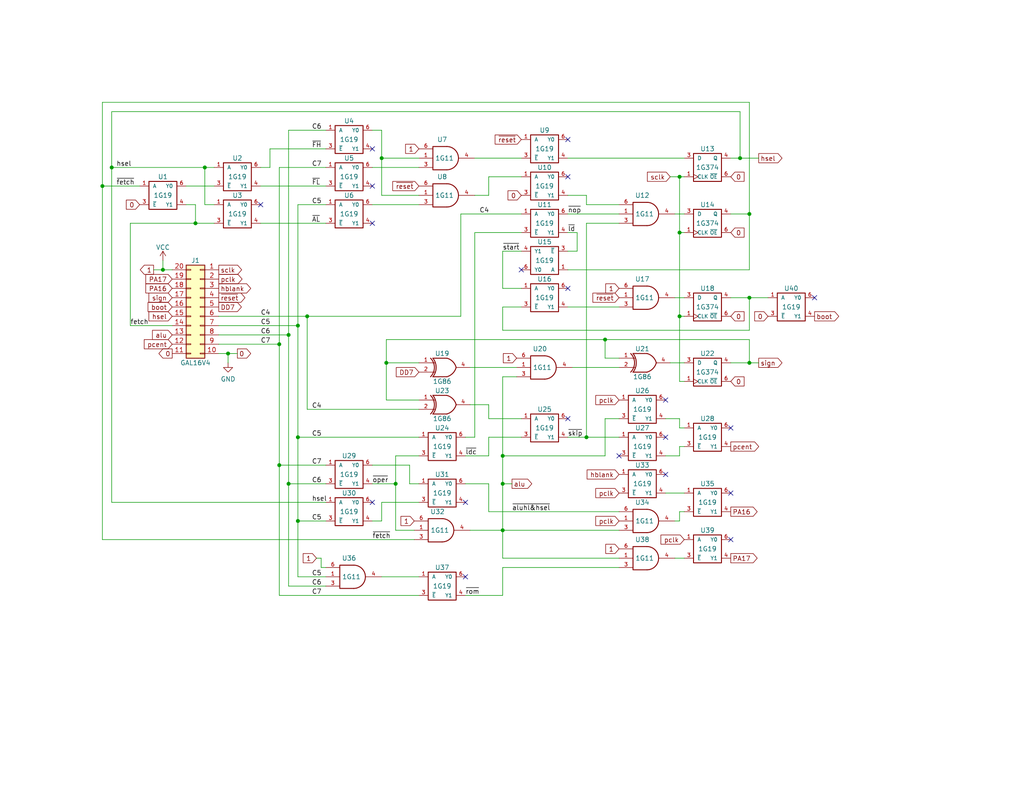
<source format=kicad_sch>
(kicad_sch (version 20211123) (generator eeschema)
  (paper "USLetter")
  (title_block (title "Novasaur Disintegrated PAL") (date "2023-02-12") (rev "0.1") (company "Solid State Machines LLC") (comment 1 "Copyright (c) 2023"))
  (lib_symbols
    (symbol "74xGxx:74AUC1G19" (pin_names (offset 1.016))
      (property "Reference" "U" (at -2.54 5.08 0))
      (property "Value" "74AUC1G19" (at 0 -5.08 0))
      (symbol "74AUC1G19_0_1"
        (rectangle (start -3.81 3.81) (end 3.81 -3.81) (stroke (width 0.254)))
      )
      (symbol "74AUC1G19_1_1"
        (pin input line (at -6.35 2.54 0) (length 2.54) (name "A") (number "1"))
        (pin power_in line (at 0 -3.81 270) (length 0) hide (name "GND") (number "2"))
        (pin input line (at -6.35 -2.54 0) (length 2.54) (name "~{E}") (number "3"))
        (pin output line (at 6.35 -2.54 180) (length 2.54) (name "Y1") (number "4"))
        (pin power_in line (at 0 3.81 90) (length 0) hide (name "VCC") (number "5"))
        (pin output line (at 6.35 2.54 180) (length 2.54) (name "Y0") (number "6"))
      )
    )
    (symbol "74xGxx:74LVC1G11" (pin_names (offset 1.016))
      (property "Reference" "U" (at -2.54 5.08 0))
      (property "Value" "74LVC1G11" (at 0 -5.08 0))
      (symbol "74LVC1G11_0_1"
        (arc (start 0 -3.175) (mid 3.175 0) (end 0 3.175) (stroke (width 0.254)))
        (polyline (pts (xy 0 -3.175) (xy -3.81 -3.175) (xy -3.81 3.175) (xy 0 3.175)) (stroke (width 0.254)))
      )
      (symbol "74LVC1G11_1_1"
        (pin input line (at -7.62 0 0) (length 3.81) (name "~") (number "1"))
        (pin power_in line (at 0 -3.175 270) (length 0) hide (name "GND") (number "2"))
        (pin input line (at -7.62 -2.54 0) (length 3.81) (name "~") (number "3"))
        (pin output line (at 7.62 0 180) (length 4.445) (name "~") (number "4"))
        (pin power_in line (at 0 3.175 90) (length 0) hide (name "VCC") (number "5"))
        (pin input line (at -7.62 2.54 0) (length 3.81) (name "~") (number "6"))
      )
    )
    (symbol "74xGxx:74LVC1G374" (pin_names (offset 1.016))
      (property "Reference" "U" (at -2.54 5.08 0))
      (property "Value" "74LVC1G374" (at 0 -5.08 0))
      (symbol "74LVC1G374_0_1"
        (rectangle (start -3.81 3.81) (end 3.81 -3.81) (stroke (width 0.254)))
      )
      (symbol "74LVC1G374_1_1"
        (pin input clock (at -6.35 -2.54 0) (length 2.54) (name "CLK") (number "1"))
        (pin power_in line (at 0 -3.81 270) (length 0) hide (name "GND") (number "2"))
        (pin input line (at -6.35 2.54 0) (length 2.54) (name "D") (number "3"))
        (pin tri_state line (at 6.35 2.54 180) (length 2.54) (name "Q") (number "4"))
        (pin power_in line (at 0 3.81 90) (length 0) hide (name "VCC") (number "5"))
        (pin input line (at 6.35 -2.54 180) (length 2.54) (name "~{OE}") (number "6"))
      )
    )
    (symbol "74xGxx:74LVC1G86" (pin_names (offset 1.016))
      (property "Reference" "U" (at -2.54 3.81 0))
      (property "Value" "74LVC1G86" (at 0 -3.81 0))
      (symbol "74LVC1G86_0_1"
        (arc (start -4.445 -2.54) (mid -3.3929 0) (end -4.445 2.54) (stroke (width 0.254)))
        (arc (start -3.81 -2.54) (mid -2.919 0) (end -3.81 2.54) (stroke (width 0.254)))
        (arc (start 0 -2.54) (mid 1.601 -1.601) (end 2.54 0) (stroke (width 0.254)))
        (polyline (pts (xy -3.81 -1.27) (xy -3.175 -1.27)))
        (polyline (pts (xy -3.81 1.27) (xy -3.175 1.27)))
        (polyline (pts (xy 0 -2.54) (xy -3.81 -2.54)) (stroke (width 0.254)) (fill (type background)))
        (polyline (pts (xy 0 2.54) (xy -3.81 2.54)) (stroke (width 0.254)) (fill (type background)))
        (arc (start 2.54 0) (mid 1.6136 1.6136) (end 0 2.54) (stroke (width 0.254)))
      )
      (symbol "74LVC1G86_1_1"
        (pin input line (at -7.62 1.27 0) (length 3.81) (name "~") (number "1"))
        (pin input line (at -7.62 -1.27 0) (length 3.81) (name "~") (number "2"))
        (pin power_in line (at 0 -2.54 270) (length 0) hide (name "GND") (number "3"))
        (pin output line (at 6.35 0 180) (length 3.81) (name "~") (number "4"))
        (pin power_in line (at 0 2.54 90) (length 0) hide (name "VCC") (number "5"))
      )
    )
    (symbol "Connector_Generic:Conn_02x10_Counter_Clockwise" (pin_names (offset 1.016) hide)
      (property "Reference" "J" (at 1.27 12.7 0))
      (property "Value" "Conn_02x10_Counter_Clockwise" (at 1.27 -15.24 0))
      (symbol "Conn_02x10_Counter_Clockwise_1_1"
        (rectangle (start -1.27 -12.573) (end 0 -12.827) (stroke (width 0.1524)))
        (rectangle (start -1.27 -10.033) (end 0 -10.287) (stroke (width 0.1524)))
        (rectangle (start -1.27 -7.493) (end 0 -7.747) (stroke (width 0.1524)))
        (rectangle (start -1.27 -4.953) (end 0 -5.207) (stroke (width 0.1524)))
        (rectangle (start -1.27 -2.413) (end 0 -2.667) (stroke (width 0.1524)))
        (rectangle (start -1.27 0.127) (end 0 -0.127) (stroke (width 0.1524)))
        (rectangle (start -1.27 2.667) (end 0 2.413) (stroke (width 0.1524)))
        (rectangle (start -1.27 5.207) (end 0 4.953) (stroke (width 0.1524)))
        (rectangle (start -1.27 7.747) (end 0 7.493) (stroke (width 0.1524)))
        (rectangle (start -1.27 10.287) (end 0 10.033) (stroke (width 0.1524)))
        (rectangle (start -1.27 11.43) (end 3.81 -13.97) (stroke (width 0.254)) (fill (type background)))
        (rectangle (start 3.81 -12.573) (end 2.54 -12.827) (stroke (width 0.1524)))
        (rectangle (start 3.81 -10.033) (end 2.54 -10.287) (stroke (width 0.1524)))
        (rectangle (start 3.81 -7.493) (end 2.54 -7.747) (stroke (width 0.1524)))
        (rectangle (start 3.81 -4.953) (end 2.54 -5.207) (stroke (width 0.1524)))
        (rectangle (start 3.81 -2.413) (end 2.54 -2.667) (stroke (width 0.1524)))
        (rectangle (start 3.81 0.127) (end 2.54 -0.127) (stroke (width 0.1524)))
        (rectangle (start 3.81 2.667) (end 2.54 2.413) (stroke (width 0.1524)))
        (rectangle (start 3.81 5.207) (end 2.54 4.953) (stroke (width 0.1524)))
        (rectangle (start 3.81 7.747) (end 2.54 7.493) (stroke (width 0.1524)))
        (rectangle (start 3.81 10.287) (end 2.54 10.033) (stroke (width 0.1524)))
        (pin passive line (at -5.08 10.16 0) (length 3.81) (name "Pin_1") (number "1"))
        (pin passive line (at -5.08 -12.7 0) (length 3.81) (name "Pin_10") (number "10"))
        (pin passive line (at 7.62 -12.7 180) (length 3.81) (name "Pin_11") (number "11"))
        (pin passive line (at 7.62 -10.16 180) (length 3.81) (name "Pin_12") (number "12"))
        (pin passive line (at 7.62 -7.62 180) (length 3.81) (name "Pin_13") (number "13"))
        (pin passive line (at 7.62 -5.08 180) (length 3.81) (name "Pin_14") (number "14"))
        (pin passive line (at 7.62 -2.54 180) (length 3.81) (name "Pin_15") (number "15"))
        (pin passive line (at 7.62 0 180) (length 3.81) (name "Pin_16") (number "16"))
        (pin passive line (at 7.62 2.54 180) (length 3.81) (name "Pin_17") (number "17"))
        (pin passive line (at 7.62 5.08 180) (length 3.81) (name "Pin_18") (number "18"))
        (pin passive line (at 7.62 7.62 180) (length 3.81) (name "Pin_19") (number "19"))
        (pin passive line (at -5.08 7.62 0) (length 3.81) (name "Pin_2") (number "2"))
        (pin passive line (at 7.62 10.16 180) (length 3.81) (name "Pin_20") (number "20"))
        (pin passive line (at -5.08 5.08 0) (length 3.81) (name "Pin_3") (number "3"))
        (pin passive line (at -5.08 2.54 0) (length 3.81) (name "Pin_4") (number "4"))
        (pin passive line (at -5.08 0 0) (length 3.81) (name "Pin_5") (number "5"))
        (pin passive line (at -5.08 -2.54 0) (length 3.81) (name "Pin_6") (number "6"))
        (pin passive line (at -5.08 -5.08 0) (length 3.81) (name "Pin_7") (number "7"))
        (pin passive line (at -5.08 -7.62 0) (length 3.81) (name "Pin_8") (number "8"))
        (pin passive line (at -5.08 -10.16 0) (length 3.81) (name "Pin_9") (number "9"))
      )
    )
    (symbol "power:GND" (power) (pin_names (offset 0))
      (property "Value" "GND" (at 0 -3.81 0))
      (symbol "GND_0_1"
        (polyline (pts (xy 0 0) (xy 0 -1.27) (xy 1.27 -1.27) (xy 0 -2.54) (xy -1.27 -1.27) (xy 0 -1.27)))
      )
      (symbol "GND_1_1"
        (pin power_in line (at 0 0 270) (length 0) hide (name "GND") (number "1"))
      )
    )
    (symbol "power:VCC" (power) (pin_names (offset 0))
      (property "Value" "VCC" (at 0 3.81 0))
      (symbol "VCC_0_1"
        (polyline (pts (xy -0.762 1.27) (xy 0 2.54)))
        (polyline (pts (xy 0 0) (xy 0 2.54)))
        (polyline (pts (xy 0 2.54) (xy 0.762 1.27)))
      )
      (symbol "VCC_1_1"
        (pin power_in line (at 0 0 90) (length 0) hide (name "VCC") (number "1"))
      )
    )
  )
  (junction (at 201.93 43.18))
  (junction (at 204.47 58.42))
  (junction (at 81.28 88.9))
  (junction (at 76.2 93.98))
  (junction (at 137.16 144.78))
  (junction (at 137.16 132.08))
  (junction (at 81.28 119.38))
  (junction (at 81.28 142.24))
  (junction (at 107.95 132.08))
  (junction (at 160.02 119.38))
  (junction (at 44.45 73.66))
  (junction (at 76.2 127))
  (junction (at 185.42 63.5))
  (junction (at 78.74 132.08))
  (junction (at 62.23 96.52))
  (junction (at 104.14 43.18))
  (junction (at 204.47 81.28))
  (junction (at 27.94 50.8))
  (junction (at 204.47 99.06))
  (junction (at 185.42 86.36))
  (junction (at 165.1 92.71))
  (junction (at 83.82 86.36))
  (junction (at 185.42 48.26))
  (junction (at 30.48 45.72))
  (junction (at 137.16 124.46))
  (junction (at 105.41 99.06))
  (junction (at 53.34 60.96))
  (junction (at 78.74 91.44))
  (junction (at 55.88 45.72))
  (no_connect (at 181.61 109.22))
  (no_connect (at 154.94 38.1))
  (no_connect (at 154.94 48.26))
  (no_connect (at 127 157.48))
  (no_connect (at 168.91 124.46))
  (no_connect (at 154.94 114.3))
  (no_connect (at 199.39 116.84))
  (no_connect (at 101.6 40.64))
  (no_connect (at 127 137.16))
  (no_connect (at 181.61 129.54))
  (no_connect (at 199.39 134.62))
  (no_connect (at 199.39 147.32))
  (no_connect (at 101.6 50.8))
  (no_connect (at 222.25 81.28))
  (no_connect (at 71.12 55.88))
  (no_connect (at 101.6 60.96))
  (no_connect (at 101.6 137.16))
  (no_connect (at 181.61 119.38))
  (no_connect (at 142.24 73.66))
  (no_connect (at 154.94 78.74))
  (wire (pts (xy 160.02 53.34) (xy 160.02 55.88)))
  (wire (pts (xy 87.63 154.94) (xy 88.9 154.94)))
  (wire (pts (xy 154.94 43.18) (xy 186.69 43.18)))
  (wire (pts (xy 185.42 86.36) (xy 185.42 104.14)))
  (wire (pts (xy 76.2 127) (xy 88.9 127)))
  (wire (pts (xy 137.16 154.94) (xy 137.16 162.56)))
  (wire (pts (xy 185.42 121.92) (xy 185.42 124.46)))
  (wire (pts (xy 185.42 121.92) (xy 186.69 121.92)))
  (wire (pts (xy 111.76 127) (xy 111.76 132.08)))
  (wire (pts (xy 168.91 119.38) (xy 160.02 119.38)))
  (wire (pts (xy 101.6 142.24) (xy 104.14 142.24)))
  (wire (pts (xy 165.1 92.71) (xy 165.1 97.79)))
  (wire (pts (xy 81.28 157.48) (xy 88.9 157.48)))
  (wire (pts (xy 185.42 104.14) (xy 186.69 104.14)))
  (wire (pts (xy 182.88 99.06) (xy 186.69 99.06)))
  (wire (pts (xy 127 124.46) (xy 133.35 124.46)))
  (wire (pts (xy 30.48 30.48) (xy 201.93 30.48)))
  (wire (pts (xy 160.02 55.88) (xy 168.91 55.88)))
  (wire (pts (xy 160.02 60.96) (xy 160.02 119.38)))
  (wire (pts (xy 71.12 50.8) (xy 88.9 50.8)))
  (wire (pts (xy 154.94 68.58) (xy 157.48 68.58)))
  (wire (pts (xy 81.28 142.24) (xy 88.9 142.24)))
  (wire (pts (xy 129.54 63.5) (xy 142.24 63.5)))
  (wire (pts (xy 165.1 124.46) (xy 137.16 124.46)))
  (wire (pts (xy 59.69 86.36) (xy 83.82 86.36)))
  (wire (pts (xy 104.14 53.34) (xy 114.3 53.34)))
  (wire (pts (xy 62.23 96.52) (xy 62.23 99.06)))
  (wire (pts (xy 105.41 99.06) (xy 114.3 99.06)))
  (wire (pts (xy 137.16 152.4) (xy 168.91 152.4)))
  (wire (pts (xy 165.1 114.3) (xy 165.1 124.46)))
  (wire (pts (xy 44.45 71.12) (xy 44.45 73.66)))
  (wire (pts (xy 127 119.38) (xy 129.54 119.38)))
  (wire (pts (xy 76.2 127) (xy 76.2 162.56)))
  (wire (pts (xy 30.48 45.72) (xy 30.48 137.16)))
  (wire (pts (xy 81.28 55.88) (xy 88.9 55.88)))
  (wire (pts (xy 133.35 110.49) (xy 133.35 114.3)))
  (wire (pts (xy 27.94 27.94) (xy 27.94 50.8)))
  (wire (pts (xy 156.21 100.33) (xy 168.91 100.33)))
  (wire (pts (xy 201.93 43.18) (xy 207.01 43.18)))
  (wire (pts (xy 46.99 88.9) (xy 35.56 88.9)))
  (wire (pts (xy 55.88 45.72) (xy 58.42 45.72)))
  (wire (pts (xy 128.27 100.33) (xy 140.97 100.33)))
  (wire (pts (xy 185.42 86.36) (xy 186.69 86.36)))
  (wire (pts (xy 78.74 132.08) (xy 78.74 91.44)))
  (wire (pts (xy 185.42 139.7) (xy 185.42 142.24)))
  (wire (pts (xy 137.16 102.87) (xy 137.16 124.46)))
  (wire (pts (xy 30.48 45.72) (xy 55.88 45.72)))
  (wire (pts (xy 62.23 96.52) (xy 64.77 96.52)))
  (wire (pts (xy 76.2 45.72) (xy 88.9 45.72)))
  (wire (pts (xy 185.42 63.5) (xy 186.69 63.5)))
  (wire (pts (xy 185.42 124.46) (xy 181.61 124.46)))
  (wire (pts (xy 201.93 30.48) (xy 201.93 43.18)))
  (wire (pts (xy 157.48 68.58) (xy 157.48 63.5)))
  (wire (pts (xy 86.36 152.4) (xy 87.63 152.4)))
  (wire (pts (xy 114.3 132.08) (xy 111.76 132.08)))
  (wire (pts (xy 58.42 55.88) (xy 55.88 55.88)))
  (wire (pts (xy 105.41 99.06) (xy 105.41 92.71)))
  (wire (pts (xy 125.73 58.42) (xy 142.24 58.42)))
  (wire (pts (xy 30.48 137.16) (xy 88.9 137.16)))
  (wire (pts (xy 59.69 91.44) (xy 78.74 91.44)))
  (wire (pts (xy 107.95 132.08) (xy 107.95 124.46)))
  (wire (pts (xy 101.6 55.88) (xy 114.3 55.88)))
  (wire (pts (xy 133.35 139.7) (xy 168.91 139.7)))
  (wire (pts (xy 165.1 97.79) (xy 168.91 97.79)))
  (wire (pts (xy 81.28 55.88) (xy 81.28 88.9)))
  (wire (pts (xy 107.95 124.46) (xy 114.3 124.46)))
  (wire (pts (xy 168.91 114.3) (xy 165.1 114.3)))
  (wire (pts (xy 204.47 81.28) (xy 209.55 81.28)))
  (wire (pts (xy 129.54 43.18) (xy 142.24 43.18)))
  (wire (pts (xy 55.88 45.72) (xy 55.88 55.88)))
  (wire (pts (xy 154.94 53.34) (xy 160.02 53.34)))
  (wire (pts (xy 35.56 88.9) (xy 35.56 60.96)))
  (wire (pts (xy 107.95 144.78) (xy 107.95 132.08)))
  (wire (pts (xy 137.16 132.08) (xy 139.7 132.08)))
  (wire (pts (xy 133.35 132.08) (xy 133.35 139.7)))
  (wire (pts (xy 204.47 99.06) (xy 204.47 92.71)))
  (wire (pts (xy 53.34 55.88) (xy 53.34 60.96)))
  (wire (pts (xy 101.6 35.56) (xy 104.14 35.56)))
  (wire (pts (xy 199.39 58.42) (xy 204.47 58.42)))
  (wire (pts (xy 41.91 73.66) (xy 44.45 73.66)))
  (wire (pts (xy 129.54 53.34) (xy 133.35 53.34)))
  (wire (pts (xy 165.1 92.71) (xy 204.47 92.71)))
  (wire (pts (xy 204.47 27.94) (xy 204.47 58.42)))
  (wire (pts (xy 53.34 60.96) (xy 58.42 60.96)))
  (wire (pts (xy 27.94 50.8) (xy 27.94 147.32)))
  (wire (pts (xy 137.16 90.17) (xy 204.47 90.17)))
  (wire (pts (xy 142.24 119.38) (xy 133.35 119.38)))
  (wire (pts (xy 81.28 119.38) (xy 114.3 119.38)))
  (wire (pts (xy 184.15 152.4) (xy 186.69 152.4)))
  (wire (pts (xy 137.16 132.08) (xy 137.16 144.78)))
  (wire (pts (xy 137.16 144.78) (xy 168.91 144.78)))
  (wire (pts (xy 27.94 147.32) (xy 113.03 147.32)))
  (wire (pts (xy 181.61 114.3) (xy 185.42 114.3)))
  (wire (pts (xy 199.39 81.28) (xy 204.47 81.28)))
  (wire (pts (xy 137.16 83.82) (xy 137.16 90.17)))
  (wire (pts (xy 133.35 48.26) (xy 142.24 48.26)))
  (wire (pts (xy 154.94 83.82) (xy 168.91 83.82)))
  (wire (pts (xy 81.28 88.9) (xy 81.28 119.38)))
  (wire (pts (xy 204.47 81.28) (xy 204.47 90.17)))
  (wire (pts (xy 186.69 139.7) (xy 185.42 139.7)))
  (wire (pts (xy 27.94 27.94) (xy 204.47 27.94)))
  (wire (pts (xy 133.35 119.38) (xy 133.35 124.46)))
  (wire (pts (xy 199.39 99.06) (xy 204.47 99.06)))
  (wire (pts (xy 185.42 116.84) (xy 185.42 114.3)))
  (wire (pts (xy 154.94 73.66) (xy 204.47 73.66)))
  (wire (pts (xy 81.28 119.38) (xy 81.28 142.24)))
  (wire (pts (xy 78.74 160.02) (xy 88.9 160.02)))
  (wire (pts (xy 184.15 81.28) (xy 186.69 81.28)))
  (wire (pts (xy 71.12 45.72) (xy 73.66 45.72)))
  (wire (pts (xy 186.69 116.84) (xy 185.42 116.84)))
  (wire (pts (xy 104.14 43.18) (xy 104.14 53.34)))
  (wire (pts (xy 185.42 63.5) (xy 185.42 86.36)))
  (wire (pts (xy 76.2 45.72) (xy 76.2 93.98)))
  (wire (pts (xy 137.16 102.87) (xy 140.97 102.87)))
  (wire (pts (xy 128.27 110.49) (xy 133.35 110.49)))
  (wire (pts (xy 160.02 60.96) (xy 168.91 60.96)))
  (wire (pts (xy 133.35 53.34) (xy 133.35 48.26)))
  (wire (pts (xy 184.15 58.42) (xy 186.69 58.42)))
  (wire (pts (xy 81.28 142.24) (xy 81.28 157.48)))
  (wire (pts (xy 157.48 63.5) (xy 154.94 63.5)))
  (wire (pts (xy 78.74 35.56) (xy 78.74 91.44)))
  (wire (pts (xy 137.16 144.78) (xy 137.16 152.4)))
  (wire (pts (xy 59.69 93.98) (xy 76.2 93.98)))
  (wire (pts (xy 27.94 50.8) (xy 38.1 50.8)))
  (wire (pts (xy 127 162.56) (xy 137.16 162.56)))
  (wire (pts (xy 137.16 83.82) (xy 142.24 83.82)))
  (wire (pts (xy 142.24 78.74) (xy 137.16 78.74)))
  (wire (pts (xy 154.94 119.38) (xy 160.02 119.38)))
  (wire (pts (xy 104.14 157.48) (xy 114.3 157.48)))
  (wire (pts (xy 128.27 144.78) (xy 137.16 144.78)))
  (wire (pts (xy 105.41 92.71) (xy 165.1 92.71)))
  (wire (pts (xy 44.45 73.66) (xy 46.99 73.66)))
  (wire (pts (xy 59.69 96.52) (xy 62.23 96.52)))
  (wire (pts (xy 204.47 58.42) (xy 204.47 73.66)))
  (wire (pts (xy 104.14 43.18) (xy 114.3 43.18)))
  (wire (pts (xy 185.42 48.26) (xy 185.42 63.5)))
  (wire (pts (xy 76.2 93.98) (xy 76.2 127)))
  (wire (pts (xy 78.74 132.08) (xy 78.74 160.02)))
  (wire (pts (xy 87.63 152.4) (xy 87.63 154.94)))
  (wire (pts (xy 184.15 142.24) (xy 185.42 142.24)))
  (wire (pts (xy 76.2 162.56) (xy 114.3 162.56)))
  (wire (pts (xy 133.35 114.3) (xy 142.24 114.3)))
  (wire (pts (xy 125.73 58.42) (xy 125.73 86.36)))
  (wire (pts (xy 83.82 86.36) (xy 83.82 111.76)))
  (wire (pts (xy 154.94 58.42) (xy 168.91 58.42)))
  (wire (pts (xy 107.95 144.78) (xy 113.03 144.78)))
  (wire (pts (xy 78.74 35.56) (xy 88.9 35.56)))
  (wire (pts (xy 101.6 132.08) (xy 107.95 132.08)))
  (wire (pts (xy 182.88 48.26) (xy 185.42 48.26)))
  (wire (pts (xy 78.74 132.08) (xy 88.9 132.08)))
  (wire (pts (xy 50.8 50.8) (xy 58.42 50.8)))
  (wire (pts (xy 129.54 63.5) (xy 129.54 119.38)))
  (wire (pts (xy 181.61 134.62) (xy 186.69 134.62)))
  (wire (pts (xy 101.6 127) (xy 111.76 127)))
  (wire (pts (xy 137.16 154.94) (xy 168.91 154.94)))
  (wire (pts (xy 137.16 78.74) (xy 137.16 68.58)))
  (wire (pts (xy 125.73 86.36) (xy 83.82 86.36)))
  (wire (pts (xy 71.12 60.96) (xy 88.9 60.96)))
  (wire (pts (xy 104.14 137.16) (xy 114.3 137.16)))
  (wire (pts (xy 199.39 43.18) (xy 201.93 43.18)))
  (wire (pts (xy 105.41 99.06) (xy 105.41 109.22)))
  (wire (pts (xy 73.66 40.64) (xy 73.66 45.72)))
  (wire (pts (xy 35.56 60.96) (xy 53.34 60.96)))
  (wire (pts (xy 204.47 99.06) (xy 207.01 99.06)))
  (wire (pts (xy 59.69 88.9) (xy 81.28 88.9)))
  (wire (pts (xy 104.14 35.56) (xy 104.14 43.18)))
  (wire (pts (xy 185.42 48.26) (xy 186.69 48.26)))
  (wire (pts (xy 137.16 68.58) (xy 142.24 68.58)))
  (wire (pts (xy 101.6 45.72) (xy 114.3 45.72)))
  (wire (pts (xy 127 132.08) (xy 133.35 132.08)))
  (wire (pts (xy 104.14 137.16) (xy 104.14 142.24)))
  (wire (pts (xy 50.8 55.88) (xy 53.34 55.88)))
  (wire (pts (xy 30.48 30.48) (xy 30.48 45.72)))
  (wire (pts (xy 73.66 40.64) (xy 88.9 40.64)))
  (wire (pts (xy 137.16 124.46) (xy 137.16 132.08)))
  (wire (pts (xy 114.3 109.22) (xy 105.41 109.22)))
  (wire (pts (xy 114.3 111.76) (xy 83.82 111.76)))
  (label "~{oper}" (at 101.6 132.08 0))
  (label "~{rom}" (at 127 162.56 0))
  (label "C7" (at 71.12 93.98 0))
  (label "~{nop}" (at 154.94 58.42 0))
  (label "C5" (at 85.09 157.48 0))
  (label "~{start}" (at 137.16 68.58 0))
  (label "fetch" (at 35.56 88.9 0))
  (label "C4" (at 85.09 111.76 0))
  (label "~{aluhl&hsel}" (at 139.7 139.7 0))
  (label "C5" (at 85.09 119.38 0))
  (label "C5" (at 85.09 55.88 0))
  (label "C7" (at 85.09 127 0))
  (label "~{FH}" (at 85.09 40.64 0))
  (label "~{FL}" (at 85.09 50.8 0))
  (label "C6" (at 85.09 35.56 0))
  (label "~{skip}" (at 154.94 119.38 0))
  (label "C6" (at 71.12 91.44 0))
  (label "~{ld}" (at 154.94 63.5 0))
  (label "C6" (at 85.09 132.08 0))
  (label "hsel" (at 85.09 137.16 0))
  (label "hsel" (at 31.75 45.72 0))
  (label "~{fetch}" (at 31.75 50.8 0))
  (label "~{fetch}" (at 101.6 147.32 0))
  (label "C4" (at 130.81 58.42 0))
  (label "C5" (at 85.09 142.24 0))
  (label "~{AL}" (at 85.09 60.96 0))
  (label "C7" (at 85.09 45.72 0))
  (label "C6" (at 85.09 160.02 0))
  (label "~{ldc}" (at 127 124.46 0))
  (label "C4" (at 71.12 86.36 0))
  (label "C7" (at 85.09 162.56 0))
  (label "C5" (at 71.12 88.9 0))
  (global_label "DD7" (shape output) (at 59.69 83.82 0) (property "Intersheet References" "${INTERSHEET_REFS}" (effects hide)))
  (global_label "alu" (shape output) (at 139.7 132.08 0) (property "Intersheet References" "${INTERSHEET_REFS}" (effects hide)))
  (global_label "0" (shape input) (at 199.39 104.14 0) (property "Intersheet References" "${INTERSHEET_REFS}" (effects hide)))
  (global_label "sign" (shape output) (at 207.01 99.06 0) (property "Intersheet References" "${INTERSHEET_REFS}" (effects hide)))
  (global_label "0" (shape input) (at 199.39 63.5 0) (property "Intersheet References" "${INTERSHEET_REFS}" (effects hide)))
  (global_label "hblank" (shape output) (at 59.69 78.74 0) (property "Intersheet References" "${INTERSHEET_REFS}" (effects hide)))
  (global_label "~{reset}" (shape input) (at 114.3 50.8 180) (property "Intersheet References" "${INTERSHEET_REFS}" (effects hide)))
  (global_label "~{reset}" (shape input) (at 168.91 81.28 180) (property "Intersheet References" "${INTERSHEET_REFS}" (effects hide)))
  (global_label "hsel" (shape output) (at 207.01 43.18 0) (property "Intersheet References" "${INTERSHEET_REFS}" (effects hide)))
  (global_label "1" (shape output) (at 41.91 73.66 180) (property "Intersheet References" "${INTERSHEET_REFS}" (effects hide)))
  (global_label "1" (shape input) (at 168.91 149.86 180) (property "Intersheet References" "${INTERSHEET_REFS}" (effects hide)))
  (global_label "PA17" (shape output) (at 199.39 152.4 0) (property "Intersheet References" "${INTERSHEET_REFS}" (effects hide)))
  (global_label "sign" (shape input) (at 46.99 81.28 180) (property "Intersheet References" "${INTERSHEET_REFS}" (effects hide)))
  (global_label "~{reset}" (shape input) (at 142.24 38.1 180) (property "Intersheet References" "${INTERSHEET_REFS}" (effects hide)))
  (global_label "pcent" (shape input) (at 46.99 93.98 180) (property "Intersheet References" "${INTERSHEET_REFS}" (effects hide)))
  (global_label "0" (shape input) (at 38.1 55.88 180) (property "Intersheet References" "${INTERSHEET_REFS}" (effects hide)))
  (global_label "0" (shape input) (at 199.39 86.36 0) (property "Intersheet References" "${INTERSHEET_REFS}" (effects hide)))
  (global_label "1" (shape input) (at 113.03 142.24 180) (property "Intersheet References" "${INTERSHEET_REFS}" (effects hide)))
  (global_label "sclk" (shape input) (at 182.88 48.26 180) (property "Intersheet References" "${INTERSHEET_REFS}" (effects hide)))
  (global_label "pclk" (shape input) (at 168.91 142.24 180) (property "Intersheet References" "${INTERSHEET_REFS}" (effects hide)))
  (global_label "1" (shape input) (at 86.36 152.4 180) (property "Intersheet References" "${INTERSHEET_REFS}" (effects hide)))
  (global_label "1" (shape input) (at 168.91 78.74 180) (property "Intersheet References" "${INTERSHEET_REFS}" (effects hide)))
  (global_label "hblank" (shape input) (at 168.91 129.54 180) (property "Intersheet References" "${INTERSHEET_REFS}" (effects hide)))
  (global_label "0" (shape input) (at 209.55 86.36 180) (property "Intersheet References" "${INTERSHEET_REFS}" (effects hide)))
  (global_label "hsel" (shape input) (at 46.99 86.36 180) (property "Intersheet References" "${INTERSHEET_REFS}" (effects hide)))
  (global_label "0" (shape output) (at 46.99 96.52 180) (property "Intersheet References" "${INTERSHEET_REFS}" (effects hide)))
  (global_label "~{reset}" (shape output) (at 59.69 81.28 0) (property "Intersheet References" "${INTERSHEET_REFS}" (effects hide)))
  (global_label "PA16" (shape output) (at 199.39 139.7 0) (property "Intersheet References" "${INTERSHEET_REFS}" (effects hide)))
  (global_label "alu" (shape input) (at 46.99 91.44 180) (property "Intersheet References" "${INTERSHEET_REFS}" (effects hide)))
  (global_label "1" (shape input) (at 140.97 97.79 180) (property "Intersheet References" "${INTERSHEET_REFS}" (effects hide)))
  (global_label "sclk" (shape output) (at 59.69 73.66 0) (property "Intersheet References" "${INTERSHEET_REFS}" (effects hide)))
  (global_label "PA17" (shape input) (at 46.99 76.2 180) (property "Intersheet References" "${INTERSHEET_REFS}" (effects hide)))
  (global_label "pclk" (shape input) (at 168.91 134.62 180) (property "Intersheet References" "${INTERSHEET_REFS}" (effects hide)))
  (global_label "PA16" (shape input) (at 46.99 78.74 180) (property "Intersheet References" "${INTERSHEET_REFS}" (effects hide)))
  (global_label "DD7" (shape input) (at 114.3 101.6 180) (property "Intersheet References" "${INTERSHEET_REFS}" (effects hide)))
  (global_label "1" (shape input) (at 114.3 40.64 180) (property "Intersheet References" "${INTERSHEET_REFS}" (effects hide)))
  (global_label "0" (shape output) (at 64.77 96.52 0) (property "Intersheet References" "${INTERSHEET_REFS}" (effects hide)))
  (global_label "pclk" (shape input) (at 186.69 147.32 180) (property "Intersheet References" "${INTERSHEET_REFS}" (effects hide)))
  (global_label "pcent" (shape output) (at 199.39 121.92 0) (property "Intersheet References" "${INTERSHEET_REFS}" (effects hide)))
  (global_label "0" (shape input) (at 199.39 48.26 0) (property "Intersheet References" "${INTERSHEET_REFS}" (effects hide)))
  (global_label "pclk" (shape input) (at 168.91 109.22 180) (property "Intersheet References" "${INTERSHEET_REFS}" (effects hide)))
  (global_label "boot" (shape output) (at 222.25 86.36 0) (property "Intersheet References" "${INTERSHEET_REFS}" (effects hide)))
  (global_label "0" (shape input) (at 142.24 53.34 180) (property "Intersheet References" "${INTERSHEET_REFS}" (effects hide)))
  (global_label "boot" (shape input) (at 46.99 83.82 180) (property "Intersheet References" "${INTERSHEET_REFS}" (effects hide)))
  (global_label "pclk" (shape output) (at 59.69 76.2 0) (property "Intersheet References" "${INTERSHEET_REFS}" (effects hide)))
  (symbol (lib_id "Connector_Generic:Conn_02x10_Counter_Clockwise") (at 54.61 83.82 0) (mirror y) (unit 1)
    (property "Reference" "J1" (at 53.34 71.12 0))
    (property "Value" "GAL16V4" (at 53.34 99.06 0))
    (property "Footprint" "Package_DIP:DIP-20_W7.62mm_Socket_LongPads" (effects hide))
  )
  (symbol (lib_id "74xGxx:74AUC1G19") (at 193.04 119.38 0) (unit 1)
    (property "Reference" "U28" (at 193.04 114.3 0))
    (property "Value" "1G19" (at 193.04 119.38 0))
    (property "Footprint" "Package_TO_SOT_SMD:SOT-363_SC-70-6" (effects hide))
    (property "Datasheet" "http://www.ti.com/lit/sg/scyt129e/scyt129e.pdf" (effects hide))
  )
  (symbol (lib_id "74xGxx:74AUC1G19") (at 148.59 40.64 0) (unit 1)
    (property "Reference" "U9" (at 148.59 35.56 0))
    (property "Value" "1G19" (at 148.59 40.64 0))
    (property "Footprint" "Package_TO_SOT_SMD:SOT-363_SC-70-6" (effects hide))
    (property "Datasheet" "http://www.ti.com/lit/sg/scyt129e/scyt129e.pdf" (effects hide))
  )
  (symbol (lib_id "74xGxx:74LVC1G11") (at 148.59 100.33 0) (unit 1)
    (property "Reference" "U20" (at 147.32 95.25 0))
    (property "Value" "1G11" (at 147.955 100.33 0))
    (property "Footprint" "Package_TO_SOT_SMD:SOT-363_SC-70-6" (effects hide))
    (property "Datasheet" "http://www.ti.com/lit/sg/scyt129e/scyt129e.pdf" (effects hide))
  )
  (symbol (lib_id "74xGxx:74AUC1G19") (at 64.77 48.26 0) (unit 1)
    (property "Reference" "U2" (at 64.77 43.18 0))
    (property "Value" "1G19" (at 64.77 48.26 0))
    (property "Footprint" "Package_TO_SOT_SMD:SOT-363_SC-70-6" (effects hide))
    (property "Datasheet" "http://www.ti.com/lit/sg/scyt129e/scyt129e.pdf" (effects hide))
  )
  (symbol (lib_id "74xGxx:74LVC1G86") (at 121.92 110.49 0) (unit 1)
    (property "Reference" "U23" (at 120.65 106.68 0))
    (property "Value" "1G86" (at 120.65 114.3 0))
    (property "Footprint" "Package_TO_SOT_SMD:SOT-353_SC-70-5" (effects hide))
    (property "Datasheet" "http://www.ti.com/lit/sg/scyt129e/scyt129e.pdf" (effects hide))
  )
  (symbol (lib_id "74xGxx:74LVC1G11") (at 176.53 81.28 0) (unit 1)
    (property "Reference" "U17" (at 175.26 76.2 0))
    (property "Value" "1G11" (at 175.895 81.28 0))
    (property "Footprint" "Package_TO_SOT_SMD:SOT-363_SC-70-6" (effects hide))
    (property "Datasheet" "http://www.ti.com/lit/sg/scyt129e/scyt129e.pdf" (effects hide))
  )
  (symbol (lib_id "74xGxx:74LVC1G374") (at 193.04 101.6 0) (unit 1)
    (property "Reference" "U22" (at 193.04 96.52 0))
    (property "Value" "1G374" (at 193.04 101.6 0))
    (property "Footprint" "Package_TO_SOT_SMD:SOT-363_SC-70-6" (effects hide))
    (property "Datasheet" "http://www.ti.com/lit/sg/scyt129e/scyt129e.pdf" (effects hide))
  )
  (symbol (lib_id "74xGxx:74AUC1G19") (at 148.59 71.12 180) (unit 1)
    (property "Reference" "U15" (at 148.59 66.04 0))
    (property "Value" "1G19" (at 148.59 71.12 0))
    (property "Footprint" "Package_TO_SOT_SMD:SOT-363_SC-70-6" (effects hide))
    (property "Datasheet" "http://www.ti.com/lit/sg/scyt129e/scyt129e.pdf" (effects hide))
  )
  (symbol (lib_id "74xGxx:74LVC1G11") (at 176.53 152.4 0) (unit 1)
    (property "Reference" "U38" (at 175.26 147.32 0))
    (property "Value" "1G11" (at 175.895 152.4 0))
    (property "Footprint" "Package_TO_SOT_SMD:SOT-363_SC-70-6" (effects hide))
    (property "Datasheet" "http://www.ti.com/lit/sg/scyt129e/scyt129e.pdf" (effects hide))
  )
  (symbol (lib_id "74xGxx:74AUC1G19") (at 64.77 58.42 0) (unit 1)
    (property "Reference" "U3" (at 64.77 53.34 0))
    (property "Value" "1G19" (at 64.77 58.42 0))
    (property "Footprint" "Package_TO_SOT_SMD:SOT-363_SC-70-6" (effects hide))
    (property "Datasheet" "http://www.ti.com/lit/sg/scyt129e/scyt129e.pdf" (effects hide))
  )
  (symbol (lib_id "74xGxx:74AUC1G19") (at 215.9 83.82 0) (unit 1)
    (property "Reference" "U40" (at 215.9 78.74 0))
    (property "Value" "1G19" (at 215.9 83.82 0))
    (property "Footprint" "Package_TO_SOT_SMD:SOT-363_SC-70-6" (effects hide))
    (property "Datasheet" "http://www.ti.com/lit/sg/scyt129e/scyt129e.pdf" (effects hide))
  )
  (symbol (lib_id "74xGxx:74AUC1G19") (at 148.59 116.84 0) (unit 1)
    (property "Reference" "U25" (at 148.59 111.76 0))
    (property "Value" "1G19" (at 148.59 116.84 0))
    (property "Footprint" "Package_TO_SOT_SMD:SOT-363_SC-70-6" (effects hide))
    (property "Datasheet" "http://www.ti.com/lit/sg/scyt129e/scyt129e.pdf" (effects hide))
  )
  (symbol (lib_id "74xGxx:74AUC1G19") (at 120.65 134.62 0) (unit 1)
    (property "Reference" "U31" (at 120.65 129.54 0))
    (property "Value" "1G19" (at 120.65 134.62 0))
    (property "Footprint" "Package_TO_SOT_SMD:SOT-363_SC-70-6" (effects hide))
    (property "Datasheet" "http://www.ti.com/lit/sg/scyt129e/scyt129e.pdf" (effects hide))
  )
  (symbol (lib_id "74xGxx:74LVC1G11") (at 96.52 157.48 0) (unit 1)
    (property "Reference" "U36" (at 95.25 152.4 0))
    (property "Value" "1G11" (at 95.885 157.48 0))
    (property "Footprint" "Package_TO_SOT_SMD:SOT-363_SC-70-6" (effects hide))
    (property "Datasheet" "http://www.ti.com/lit/sg/scyt129e/scyt129e.pdf" (effects hide))
  )
  (symbol (lib_id "74xGxx:74LVC1G374") (at 193.04 45.72 0) (unit 1)
    (property "Reference" "U13" (at 193.04 40.64 0))
    (property "Value" "1G374" (at 193.04 45.72 0))
    (property "Footprint" "Package_TO_SOT_SMD:SOT-363_SC-70-6" (effects hide))
    (property "Datasheet" "http://www.ti.com/lit/sg/scyt129e/scyt129e.pdf" (effects hide))
  )
  (symbol (lib_id "power:GND") (at 62.23 99.06 0) (unit 1)
    (property "Reference" "#PWR0104" (effects hide))
    (property "Value" "GND" (at 62.23 103.5034 0))
  )
  (symbol (lib_id "74xGxx:74LVC1G11") (at 120.65 144.78 0) (unit 1)
    (property "Reference" "U32" (at 119.38 139.7 0))
    (property "Value" "1G11" (at 120.015 144.78 0))
    (property "Footprint" "Package_TO_SOT_SMD:SOT-363_SC-70-6" (effects hide))
    (property "Datasheet" "http://www.ti.com/lit/sg/scyt129e/scyt129e.pdf" (effects hide))
  )
  (symbol (lib_id "power:VCC") (at 44.45 71.12 0) (unit 1)
    (property "Reference" "#PWR0103" (effects hide))
    (property "Value" "VCC" (at 44.45 67.5442 0))
  )
  (symbol (lib_id "74xGxx:74LVC1G86") (at 176.53 99.06 0) (unit 1)
    (property "Reference" "U21" (at 175.26 95.25 0))
    (property "Value" "1G86" (at 175.26 102.87 0))
    (property "Footprint" "Package_TO_SOT_SMD:SOT-353_SC-70-5" (effects hide))
    (property "Datasheet" "http://www.ti.com/lit/sg/scyt129e/scyt129e.pdf" (effects hide))
  )
  (symbol (lib_id "74xGxx:74AUC1G19") (at 120.65 121.92 0) (unit 1)
    (property "Reference" "U24" (at 120.65 116.84 0))
    (property "Value" "1G19" (at 120.65 121.92 0))
    (property "Footprint" "Package_TO_SOT_SMD:SOT-363_SC-70-6" (effects hide))
    (property "Datasheet" "http://www.ti.com/lit/sg/scyt129e/scyt129e.pdf" (effects hide))
  )
  (symbol (lib_id "74xGxx:74AUC1G19") (at 148.59 50.8 0) (unit 1)
    (property "Reference" "U10" (at 148.59 45.72 0))
    (property "Value" "1G19" (at 148.59 50.8 0))
    (property "Footprint" "Package_TO_SOT_SMD:SOT-363_SC-70-6" (effects hide))
    (property "Datasheet" "http://www.ti.com/lit/sg/scyt129e/scyt129e.pdf" (effects hide))
  )
  (symbol (lib_id "74xGxx:74LVC1G86") (at 121.92 100.33 0) (unit 1)
    (property "Reference" "U19" (at 120.65 96.52 0))
    (property "Value" "1G86" (at 120.65 104.14 0))
    (property "Footprint" "Package_TO_SOT_SMD:SOT-353_SC-70-5" (effects hide))
    (property "Datasheet" "http://www.ti.com/lit/sg/scyt129e/scyt129e.pdf" (effects hide))
  )
  (symbol (lib_id "74xGxx:74LVC1G11") (at 121.92 43.18 0) (unit 1)
    (property "Reference" "U7" (at 120.65 38.1 0))
    (property "Value" "1G11" (at 121.285 43.18 0))
    (property "Footprint" "Package_TO_SOT_SMD:SOT-363_SC-70-6" (effects hide))
    (property "Datasheet" "http://www.ti.com/lit/sg/scyt129e/scyt129e.pdf" (effects hide))
  )
  (symbol (lib_id "74xGxx:74LVC1G11") (at 176.53 58.42 0) (unit 1)
    (property "Reference" "U12" (at 175.26 53.34 0))
    (property "Value" "1G11" (at 175.895 58.42 0))
    (property "Footprint" "Package_TO_SOT_SMD:SOT-363_SC-70-6" (effects hide))
    (property "Datasheet" "http://www.ti.com/lit/sg/scyt129e/scyt129e.pdf" (effects hide))
  )
  (symbol (lib_id "74xGxx:74LVC1G374") (at 193.04 83.82 0) (unit 1)
    (property "Reference" "U18" (at 193.04 78.74 0))
    (property "Value" "1G374" (at 193.04 83.82 0))
    (property "Footprint" "Package_TO_SOT_SMD:SOT-363_SC-70-6" (effects hide))
    (property "Datasheet" "http://www.ti.com/lit/sg/scyt129e/scyt129e.pdf" (effects hide))
  )
  (symbol (lib_id "74xGxx:74AUC1G19") (at 95.25 38.1 0) (unit 1)
    (property "Reference" "U4" (at 95.25 33.02 0))
    (property "Value" "1G19" (at 95.25 38.1 0))
    (property "Footprint" "Package_TO_SOT_SMD:SOT-363_SC-70-6" (effects hide))
    (property "Datasheet" "http://www.ti.com/lit/sg/scyt129e/scyt129e.pdf" (effects hide))
  )
  (symbol (lib_id "74xGxx:74LVC1G11") (at 121.92 53.34 0) (unit 1)
    (property "Reference" "U8" (at 120.65 48.26 0))
    (property "Value" "1G11" (at 121.285 53.34 0))
    (property "Footprint" "Package_TO_SOT_SMD:SOT-363_SC-70-6" (effects hide))
    (property "Datasheet" "http://www.ti.com/lit/sg/scyt129e/scyt129e.pdf" (effects hide))
  )
  (symbol (lib_id "74xGxx:74AUC1G19") (at 175.26 132.08 0) (unit 1)
    (property "Reference" "U33" (at 175.26 127 0))
    (property "Value" "1G19" (at 175.26 132.08 0))
    (property "Footprint" "Package_TO_SOT_SMD:SOT-363_SC-70-6" (effects hide))
    (property "Datasheet" "http://www.ti.com/lit/sg/scyt129e/scyt129e.pdf" (effects hide))
  )
  (symbol (lib_id "74xGxx:74AUC1G19") (at 44.45 53.34 0) (unit 1)
    (property "Reference" "U1" (at 44.45 48.26 0))
    (property "Value" "1G19" (at 44.45 53.34 0))
    (property "Footprint" "Package_TO_SOT_SMD:SOT-363_SC-70-6" (effects hide))
    (property "Datasheet" "http://www.ti.com/lit/sg/scyt129e/scyt129e.pdf" (effects hide))
  )
  (symbol (lib_id "74xGxx:74AUC1G19") (at 95.25 129.54 0) (unit 1)
    (property "Reference" "U29" (at 95.25 124.46 0))
    (property "Value" "1G19" (at 95.25 129.54 0))
    (property "Footprint" "Package_TO_SOT_SMD:SOT-363_SC-70-6" (effects hide))
    (property "Datasheet" "http://www.ti.com/lit/sg/scyt129e/scyt129e.pdf" (effects hide))
  )
  (symbol (lib_id "74xGxx:74AUC1G19") (at 120.65 160.02 0) (unit 1)
    (property "Reference" "U37" (at 120.65 154.94 0))
    (property "Value" "1G19" (at 120.65 160.02 0))
    (property "Footprint" "Package_TO_SOT_SMD:SOT-363_SC-70-6" (effects hide))
    (property "Datasheet" "http://www.ti.com/lit/sg/scyt129e/scyt129e.pdf" (effects hide))
  )
  (symbol (lib_id "74xGxx:74AUC1G19") (at 95.25 139.7 0) (unit 1)
    (property "Reference" "U30" (at 95.25 134.62 0))
    (property "Value" "1G19" (at 95.25 139.7 0))
    (property "Footprint" "Package_TO_SOT_SMD:SOT-363_SC-70-6" (effects hide))
    (property "Datasheet" "http://www.ti.com/lit/sg/scyt129e/scyt129e.pdf" (effects hide))
  )
  (symbol (lib_id "74xGxx:74AUC1G19") (at 193.04 149.86 0) (unit 1)
    (property "Reference" "U39" (at 193.04 144.78 0))
    (property "Value" "1G19" (at 193.04 149.86 0))
    (property "Footprint" "Package_TO_SOT_SMD:SOT-363_SC-70-6" (effects hide))
    (property "Datasheet" "http://www.ti.com/lit/sg/scyt129e/scyt129e.pdf" (effects hide))
  )
  (symbol (lib_id "74xGxx:74AUC1G19") (at 95.25 48.26 0) (unit 1)
    (property "Reference" "U5" (at 95.25 43.18 0))
    (property "Value" "1G19" (at 95.25 48.26 0))
    (property "Footprint" "Package_TO_SOT_SMD:SOT-363_SC-70-6" (effects hide))
    (property "Datasheet" "http://www.ti.com/lit/sg/scyt129e/scyt129e.pdf" (effects hide))
  )
  (symbol (lib_id "74xGxx:74AUC1G19") (at 175.26 121.92 0) (unit 1)
    (property "Reference" "U27" (at 175.26 116.84 0))
    (property "Value" "1G19" (at 175.26 121.92 0))
    (property "Footprint" "Package_TO_SOT_SMD:SOT-363_SC-70-6" (effects hide))
    (property "Datasheet" "http://www.ti.com/lit/sg/scyt129e/scyt129e.pdf" (effects hide))
  )
  (symbol (lib_id "74xGxx:74AUC1G19") (at 95.25 58.42 0) (unit 1)
    (property "Reference" "U6" (at 95.25 53.34 0))
    (property "Value" "1G19" (at 95.25 58.42 0))
    (property "Footprint" "Package_TO_SOT_SMD:SOT-363_SC-70-6" (effects hide))
    (property "Datasheet" "http://www.ti.com/lit/sg/scyt129e/scyt129e.pdf" (effects hide))
  )
  (symbol (lib_id "74xGxx:74AUC1G19") (at 193.04 137.16 0) (unit 1)
    (property "Reference" "U35" (at 193.04 132.08 0))
    (property "Value" "1G19" (at 193.04 137.16 0))
    (property "Footprint" "Package_TO_SOT_SMD:SOT-363_SC-70-6" (effects hide))
    (property "Datasheet" "http://www.ti.com/lit/sg/scyt129e/scyt129e.pdf" (effects hide))
  )
  (symbol (lib_id "74xGxx:74LVC1G11") (at 176.53 142.24 0) (unit 1)
    (property "Reference" "U34" (at 175.26 137.16 0))
    (property "Value" "1G11" (at 175.895 142.24 0))
    (property "Footprint" "Package_TO_SOT_SMD:SOT-363_SC-70-6" (effects hide))
    (property "Datasheet" "http://www.ti.com/lit/sg/scyt129e/scyt129e.pdf" (effects hide))
  )
  (symbol (lib_id "74xGxx:74AUC1G19") (at 148.59 81.28 0) (unit 1)
    (property "Reference" "U16" (at 148.59 76.2 0))
    (property "Value" "1G19" (at 148.59 81.28 0))
    (property "Footprint" "Package_TO_SOT_SMD:SOT-363_SC-70-6" (effects hide))
    (property "Datasheet" "http://www.ti.com/lit/sg/scyt129e/scyt129e.pdf" (effects hide))
  )
  (symbol (lib_id "74xGxx:74AUC1G19") (at 148.59 60.96 0) (unit 1)
    (property "Reference" "U11" (at 148.59 55.88 0))
    (property "Value" "1G19" (at 148.59 60.96 0))
    (property "Footprint" "Package_TO_SOT_SMD:SOT-363_SC-70-6" (effects hide))
    (property "Datasheet" "http://www.ti.com/lit/sg/scyt129e/scyt129e.pdf" (effects hide))
  )
  (symbol (lib_id "74xGxx:74LVC1G374") (at 193.04 60.96 0) (unit 1)
    (property "Reference" "U14" (at 193.04 55.88 0))
    (property "Value" "1G374" (at 193.04 60.96 0))
    (property "Footprint" "Package_TO_SOT_SMD:SOT-363_SC-70-6" (effects hide))
    (property "Datasheet" "http://www.ti.com/lit/sg/scyt129e/scyt129e.pdf" (effects hide))
  )
  (symbol (lib_id "74xGxx:74AUC1G19") (at 175.26 111.76 0) (unit 1)
    (property "Reference" "U26" (at 175.26 106.68 0))
    (property "Value" "1G19" (at 175.26 111.76 0))
    (property "Footprint" "Package_TO_SOT_SMD:SOT-363_SC-70-6" (effects hide))
    (property "Datasheet" "http://www.ti.com/lit/sg/scyt129e/scyt129e.pdf" (effects hide))
  )
)
</source>
